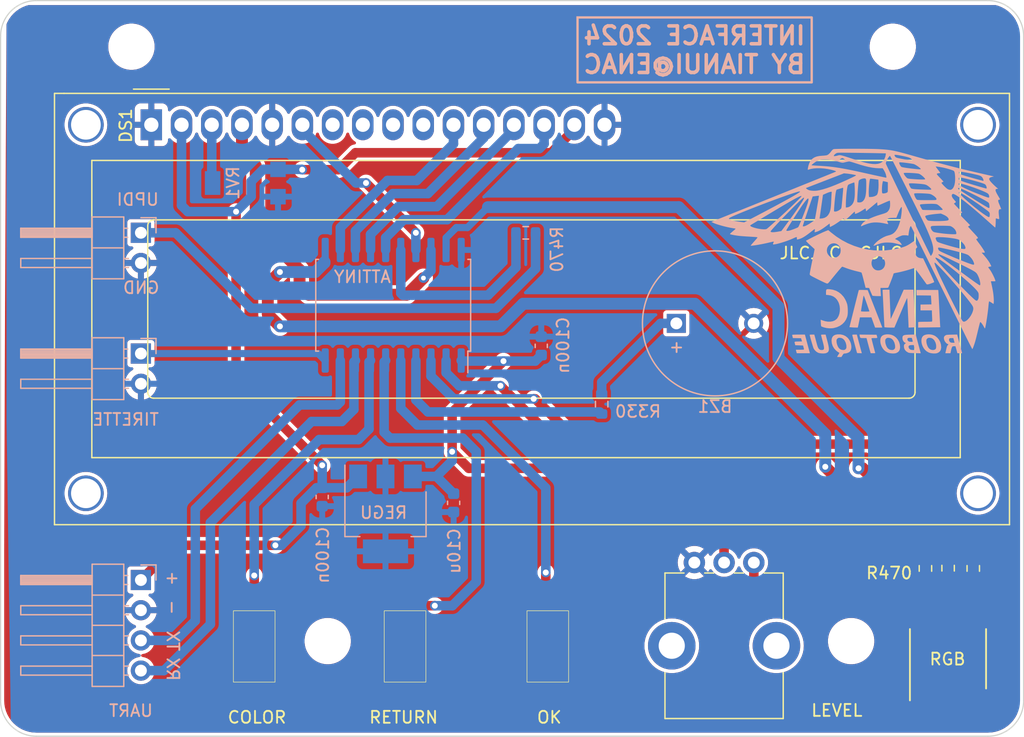
<source format=kicad_pcb>
(kicad_pcb (version 20240108) (generator "pcbnew") (generator_version "8.0")
  (layers (0 "F.Cu" signal) (31 "B.Cu" signal) (34 "B.Paste" user) (35 "F.Paste" user) (36 "B.SilkS" user "B.Silkscreen") (37 "F.SilkS" user "F.Silkscreen") (38 "B.Mask" user) (39 "F.Mask" user) (44 "Edge.Cuts" user))
  (net 0 "")
  (net 1 "Net-(BZ1--)")
  (net 2 "GND")
  (net 3 "+3.3V")
  (net 4 "GREEN")
  (net 5 "Net-(D2-RA)")
  (net 6 "BLUE")
  (net 7 "+5V")
  (net 8 "Net-(DS1-VO)")
  (net 9 "RS")
  (net 10 "E")
  (net 15 "D4")
  (net 16 "D5")
  (net 17 "D6")
  (net 18 "D7")
  (net 19 "TIRETTE")
  (net 20 "UART_Tx")
  (net 21 "UART_Rx")
  (net 22 "POTAR")
  (net 23 "COULEUR")
  (net 24 "B_IN")
  (net 25 "B_OUT")
  (net 26 "VBUZZ")
  (net 27 "RED")
  (net 28 "Net-(D2-BA)")
  (net 29 "Net-(D2-GA)")
  (net 30 "UPDI")
  (net 31 "Net-(U2-~{RESET}{slash}PA0)")
  (footprint "Resistor_SMD:R_0603_1608Metric" (layer "F.Cu") (at 156.746 123.8869 -90)
    (property "Reference" "R1" (hide yes))
    (property "Value" "470" (hide yes))
    (pad "1" smd roundrect (at -0.825 0 270) (size 0.8 0.95) (layers "F.Cu" "F.Paste" "F.Mask") (net 27 "RED"))
    (pad "2" smd roundrect (at 0.825 0 270) (size 0.8 0.95) (layers "F.Cu" "F.Paste" "F.Mask") (net 5 "Net-(D2-RA)"))
  )
  (footprint "Potentiometer_THT:Potentiometer_Bourns_PTV09A-1_Single_Vertical" (layer "F.Cu") (at 137.32 123.393 -90)
    (property "Reference" "RV2" (hide yes))
    (property "Value" "R_Potentiometer")
    (pad "" np_thru_hole circle (at 7 -6.9 270) (size 4 4) (drill 2.2) (layers "F&B.Cu" "*.Mask"))
    (pad "" np_thru_hole circle (at 7 1.9 270) (size 4 4) (drill 2.2) (layers "F&B.Cu" "*.Mask"))
    (pad "1" thru_hole circle (at 0 0 270) (size 1.8 1.8) (drill 1) (layers "*.Cu" "*.Mask") (net 2 "GND"))
    (pad "2" thru_hole circle (at 0 -2.5 270) (size 1.8 1.8) (drill 1) (layers "*.Cu" "*.Mask") (net 22 "POTAR"))
    (pad "3" thru_hole circle (at 0 -5 270) (size 1.8 1.8) (drill 1) (layers "*.Cu" "*.Mask") (net 3 "+3.3V"))
  )
  (footprint "MountingHole:MountingHole_3.2mm_M3" (layer "F.Cu") (at 90 80)
    (property "Reference" "H1" (hide yes))
    (property "Value" "MountingHole")
    (pad "" np_thru_hole circle (at 0 0) (size 3.2 3.2) (drill 3.2) (layers "*.Cu" "*.Mask"))
  )
  (footprint "Resistor_SMD:R_0603_1608Metric" (layer "F.Cu") (at 158.651 123.8669 -90)
    (property "Reference" "R2" (hide yes))
    (property "Value" "470" (hide yes))
    (pad "1" smd roundrect (at -0.825 0 270) (size 0.8 0.95) (layers "F.Cu" "F.Paste" "F.Mask") (net 4 "GREEN"))
    (pad "2" smd roundrect (at 0.825 0 270) (size 0.8 0.95) (layers "F.Cu" "F.Paste" "F.Mask") (net 29 "Net-(D2-GA)"))
  )
  (footprint "Resistor_SMD:R_0603_1608Metric" (layer "F.Cu") (at 160.766 123.8869 -90)
    (property "Reference" "R3" (hide yes))
    (property "Value" "470" (hide yes))
    (pad "1" smd roundrect (at -0.825 0 270) (size 0.8 0.95) (layers "F.Cu" "F.Paste" "F.Mask") (net 6 "BLUE"))
    (pad "2" smd roundrect (at 0.825 0 270) (size 0.8 0.95) (layers "F.Cu" "F.Paste" "F.Mask") (net 28 "Net-(D2-BA)"))
  )
  (footprint "ENAC_robotique:PLCC6_CLP6C-FKB" (layer "F.Cu") (at 158.6419 131.4869 90)
    (property "Reference" "D2" (hide yes))
    (property "Value" "LED_RGB")
    (pad "1" smd rect (at -2.54 -2.1 90) (size 2.5 1.4) (layers "F.Cu" "F.Paste" "F.Mask") (net 2 "GND"))
    (pad "2" smd rect (at -2.54 0 90) (size 2.5 1.4) (layers "F.Cu" "F.Paste" "F.Mask") (net 2 "GND"))
    (pad "3" smd rect (at -2.54 2.1 90) (size 2.5 1.4) (layers "F.Cu" "F.Paste" "F.Mask") (net 2 "GND"))
    (pad "4" smd rect (at 2.54 2.1 90) (size 2.5 1.4) (layers "F.Cu" "F.Paste" "F.Mask") (net 28 "Net-(D2-BA)"))
    (pad "5" smd rect (at 2.54 0 90) (size 2.5 1.4) (layers "F.Cu" "F.Paste" "F.Mask") (net 29 "Net-(D2-GA)"))
    (pad "6" smd rect (at 2.54 -2.1 90) (size 2.5 1.4) (layers "F.Cu" "F.Paste" "F.Mask") (net 5 "Net-(D2-RA)"))
  )
  (footprint "Display:WC1602A" (layer "F.Cu") (at 91.67052 86.5673)
    (property "Reference" "DS1" (at -2.14552 0.0687 90) (layer "F.SilkS") (effects (font (thickness 0.153))))
    (property "Value" "WC1602A")
    (pad "" thru_hole circle (at -5.4991 0) (size 3 3) (drill 2.5) (layers "*.Cu" "*.Mask"))
    (pad "" thru_hole circle (at -5.4991 31.0007) (size 3 3) (drill 2.5) (layers "*.Cu" "*.Mask"))
    (pad "" thru_hole circle (at 69.49948 31.0007) (size 3 3) (drill 2.5) (layers "*.Cu" "*.Mask"))
    (pad "" thru_hole circle (at 69.5 0) (size 3 3) (drill 2.5) (layers "*.Cu" "*.Mask"))
    (pad "1" thru_hole rect (at 0 0) (size 1.8 2.6) (drill 1.2) (layers "*.Cu" "*.Mask") (net 2 "GND"))
    (pad "2" thru_hole oval (at 2.54 0) (size 1.8 2.6) (drill 1.2) (layers "*.Cu" "*.Mask") (net 7 "+5V"))
    (pad "3" thru_hole oval (at 5.08 0) (size 1.8 2.6) (drill 1.2) (layers "*.Cu" "*.Mask") (net 8 "Net-(DS1-VO)"))
    (pad "4" thru_hole oval (at 7.62 0) (size 1.8 2.6) (drill 1.2) (layers "*.Cu" "*.Mask") (net 9 "RS"))
    (pad "5" thru_hole oval (at 10.16 0) (size 1.8 2.6) (drill 1.2) (layers "*.Cu" "*.Mask") (net 2 "GND"))
    (pad "6" thru_hole oval (at 12.7 0) (size 1.8 2.6) (drill 1.2) (layers "*.Cu" "*.Mask") (net 10 "E"))
    (pad "7" thru_hole oval (at 15.24 0) (size 1.8 2.6) (drill 1.2) (layers "*.Cu" "*.Mask"))
    (pad "8" thru_hole oval (at 17.78 0) (size 1.8 2.6) (drill 1.2) (layers "*.Cu" "*.Mask"))
    (pad "9" thru_hole oval (at 20.32 0) (size 1.8 2.6) (drill 1.2) (layers "*.Cu" "*.Mask"))
    (pad "10" thru_hole oval (at 22.86 0) (size 1.8 2.6) (drill 1.2) (layers "*.Cu" "*.Mask"))
    (pad "11" thru_hole oval (at 25.4 0) (size 1.8 2.6) (drill 1.2) (layers "*.Cu" "*.Mask") (net 15 "D4"))
    (pad "12" thru_hole oval (at 27.94 0) (size 1.8 2.6) (drill 1.2) (layers "*.Cu" "*.Mask") (net 16 "D5"))
    (pad "13" thru_hole oval (at 30.48 0) (size 1.8 2.6) (drill 1.2) (layers "*.Cu" "*.Mask") (net 17 "D6"))
    (pad "14" thru_hole oval (at 33.02 0) (size 1.8 2.6) (drill 1.2) (layers "*.Cu" "*.Mask") (net 18 "D7"))
    (pad "15" thru_hole oval (at 35.56 0) (size 1.8 2.6) (drill 1.2) (layers "*.Cu" "*.Mask") (net 7 "+5V"))
    (pad "16" thru_hole oval (at 38.1 0) (size 1.8 2.6) (drill 1.2) (layers "*.Cu" "*.Mask") (net 2 "GND"))
  )
  (footprint "ENAC_robotique:SWITCH_DTSM31NV" (layer "F.Cu") (at 113 130.45 -90)
    (property "Reference" "SW3" (hide yes))
    (property "Value" "SW_Push" (hide yes))
    (pad "1" smd rect (at -2.95 0 270) (size 2.5 1.6) (layers "F.Cu" "F.Paste" "F.Mask") (net 25 "B_OUT"))
    (pad "2" smd rect (at 2.95 0 270) (size 2.5 1.6) (layers "F.Cu" "F.Paste" "F.Mask") (net 2 "GND"))
  )
  (footprint "ENAC_robotique:SWITCH_DTSM31NV" (layer "F.Cu") (at 125 130.45 -90)
    (property "Reference" "SW1" (hide yes))
    (property "Value" "SW_DIP_x01" (hide yes))
    (pad "1" smd rect (at -2.95 0 270) (size 2.5 1.6) (layers "F.Cu" "F.Paste" "F.Mask") (net 24 "B_IN"))
    (pad "2" smd rect (at 2.95 0 270) (size 2.5 1.6) (layers "F.Cu" "F.Paste" "F.Mask") (net 2 "GND"))
  )
  (footprint "MountingHole:MountingHole_3.2mm_M3" (layer "F.Cu") (at 106.5 130)
    (property "Reference" "H3" (hide yes))
    (property "Value" "MountingHole")
    (pad "" np_thru_hole circle (at 0 0) (size 3.2 3.2) (drill 3.2) (layers "*.Cu" "*.Mask"))
  )
  (footprint "ENAC_robotique:SWITCH_DTSM31NV" (layer "F.Cu") (at 100.32 130.45 -90)
    (property "Reference" "SW2" (hide yes))
    (property "Value" "SW_Push" (hide yes))
    (pad "1" smd rect (at -2.95 0 270) (size 2.5 1.6) (layers "F.Cu" "F.Paste" "F.Mask") (net 23 "COULEUR"))
    (pad "2" smd rect (at 2.95 0 270) (size 2.5 1.6) (layers "F.Cu" "F.Paste" "F.Mask") (net 2 "GND"))
  )
  (footprint "MountingHole:MountingHole_3.2mm_M3" (layer "F.Cu") (at 154 80)
    (property "Reference" "H2" (hide yes))
    (property "Value" "MountingHole")
    (pad "" np_thru_hole circle (at 0 0) (size 3.2 3.2) (drill 3.2) (layers "*.Cu" "*.Mask"))
  )
  (footprint "MountingHole:MountingHole_3.2mm_M3" (layer "F.Cu") (at 150.5 130)
    (property "Reference" "H4" (hide yes))
    (property "Value" "MountingHole")
    (pad "" np_thru_hole circle (at 0 0) (size 3.2 3.2) (drill 3.2) (layers "*.Cu" "*.Mask"))
  )
  (footprint "Buzzer_Beeper:MagneticBuzzer_ProSignal_ABT-410-RC" (layer "B.Cu") (at 135.805 103.273)
    (property "Reference" "BZ1" (at 3.25 7 0) (layer "B.SilkS") (effects (font (thickness 0.153)) (justify mirror)))
    (property "Value" "Buzzer")
    (fp_text user "+" (at -0.052 2.032 90) (layer "B.SilkS") (effects (font (thickness 0.153)) (justify mirror)))
    (pad "1" thru_hole rect (at 0 0) (size 1.6 1.6) (drill 1) (layers "*.Cu" "*.Mask") (net 1 "Net-(BZ1--)"))
    (pad "2" thru_hole circle (at 6.5 0) (size 1.6 1.6) (drill 1) (layers "*.Cu" "*.Mask") (net 2 "GND"))
  )
  (footprint "Resistor_SMD:R_0603_1608Metric" (layer "B.Cu") (at 123.145 95.658)
    (property "Reference" "R4" (hide yes))
    (property "Value" "470")
    (pad "1" smd roundrect (at -0.825 0) (size 0.8 0.95) (layers "B.Cu" "B.Paste" "B.Mask") (net 31 "Net-(U2-~{RESET}{slash}PA0)"))
    (pad "2" smd roundrect (at 0.825 0) (size 0.8 0.95) (layers "B.Cu" "B.Paste" "B.Mask") (net 30 "UPDI"))
  )
  (footprint "Connector_PinHeader_2.54mm:PinHeader_1x02_P2.54mm_Horizontal" (layer "B.Cu") (at 90.795 105.813 180)
    (property "Reference" "J2" (hide yes))
    (property "Value" "Conn_01x02_Pin")
    (pad "1" thru_hole rect (at 0 0 180) (size 1.7 1.7) (drill 1) (layers "*.Cu" "*.Mask") (net 19 "TIRETTE"))
    (pad "2" thru_hole oval (at 0 -2.54 180) (size 1.7 1.7) (drill 1) (layers "*.Cu" "*.Mask") (net 2 "GND"))
  )
  (footprint "Capacitor_SMD:C_0603_1608Metric" (layer "B.Cu") (at 106.035 117.878 -90)
    (property "Reference" "C1" (hide yes))
    (property "Value" "100n")
    (pad "1" smd roundrect (at -0.775 0 270) (size 0.9 0.95) (layers "B.Cu" "B.Paste" "B.Mask") (net 7 "+5V"))
    (pad "2" smd roundrect (at 0.775 0 270) (size 0.9 0.95) (layers "B.Cu" "B.Paste" "B.Mask") (net 2 "GND"))
  )
  (footprint "Connector_PinHeader_2.54mm:PinHeader_1x02_P2.54mm_Horizontal" (layer "B.Cu") (at 90.795 95.653 180)
    (property "Reference" "J4" (hide yes))
    (property "Value" "Conn_01x02_Pin")
    (pad "1" thru_hole rect (at 0 0 180) (size 1.7 1.7) (drill 1) (layers "*.Cu" "*.Mask") (net 30 "UPDI"))
    (pad "2" thru_hole oval (at 0 -2.54 180) (size 1.7 1.7) (drill 1) (layers "*.Cu" "*.Mask") (net 2 "GND"))
  )
  (footprint "ENAC_robotique:logo_enac_moyen" (layer "B.Cu") (at 152.898 96.542 180)
    (property "Reference" "G***" (hide yes))
    (property "Value" "LOGO" (hide yes))
  )
  (footprint "Capacitor_SMD:C_0603_1608Metric" (layer "B.Cu") (at 117.084 118.373 -90)
    (property "Reference" "C2" (hide yes))
    (property "Value" "10µ")
    (pad "1" smd roundrect (at -0.775 0 270) (size 0.9 0.95) (layers "B.Cu" "B.Paste" "B.Mask") (net 3 "+3.3V"))
    (pad "2" smd roundrect (at 0.775 0 270) (size 0.9 0.95) (layers "B.Cu" "B.Paste" "B.Mask") (net 2 "GND"))
  )
  (footprint "Resistor_SMD:R_0603_1608Metric" (layer "B.Cu") (at 129.53 110.068 90)
    (property "Reference" "R_Buzz1" (hide yes))
    (property "Value" "330")
    (pad "1" smd roundrect (at -0.825 0 90) (size 0.8 0.95) (layers "B.Cu" "B.Paste" "B.Mask") (net 26 "VBUZZ"))
    (pad "2" smd roundrect (at 0.825 0 90) (size 0.8 0.95) (layers "B.Cu" "B.Paste" "B.Mask") (net 1 "Net-(BZ1--)"))
  )
  (footprint "Package_SO:SOIC-20W_7.5x12.8mm_P1.27mm" (layer "B.Cu") (at 112.004 101.749 90)
    (property "Reference" "U2" (hide yes))
    (property "Value" "ATtiny1616-S")
    (pad "1" smd roundrect (at -4.65 5.715 90) (size 2.05 0.6) (layers "B.Cu" "B.Paste" "B.Mask") (net 3 "+3.3V"))
    (pad "2" smd roundrect (at -4.65 4.445 90) (size 2.05 0.6) (layers "B.Cu" "B.Paste" "B.Mask") (net 22 "POTAR"))
    (pad "3" smd roundrect (at -4.65 3.175 90) (size 2.05 0.6) (layers "B.Cu" "B.Paste" "B.Mask") (net 6 "BLUE"))
    (pad "4" smd roundrect (at -4.65 1.905 90) (size 2.05 0.6) (layers "B.Cu" "B.Paste" "B.Mask") (net 26 "VBUZZ"))
    (pad "5" smd roundrect (at -4.65 0.635 90) (size 2.05 0.6) (layers "B.Cu" "B.Paste" "B.Mask") (net 24 "B_IN"))
    (pad "6" smd roundrect (at -4.65 -0.635 90) (size 2.05 0.6) (layers "B.Cu" "B.Paste" "B.Mask") (net 25 "B_OUT"))
    (pad "7" smd roundrect (at -4.65 -1.905 90) (size 2.05 0.6) (layers "B.Cu" "B.Paste" "B.Mask") (net 23 "COULEUR"))
    (pad "8" smd roundrect (at -4.65 -3.175 90) (size 2.05 0.6) (layers "B.Cu" "B.Paste" "B.Mask") (net 21 "UART_Rx"))
    (pad "9" smd roundrect (at -4.65 -4.445 90) (size 2.05 0.6) (layers "B.Cu" "B.Paste" "B.Mask") (net 20 "UART_Tx"))
    (pad "10" smd roundrect (at -4.65 -5.715 90) (size 2.05 0.6) (layers "B.Cu" "B.Paste" "B.Mask") (net 19 "TIRETTE"))
    (pad "11" smd roundrect (at 4.65 -5.715 90) (size 2.05 0.6) (layers "B.Cu" "B.Paste" "B.Mask") (net 27 "RED"))
    (pad "12" smd roundrect (at 4.65 -4.445 90) (size 2.05 0.6) (layers "B.Cu" "B.Paste" "B.Mask") (net 15 "D4"))
    (pad "13" smd roundrect (at 4.65 -3.175 90) (size 2.05 0.6) (layers "B.Cu" "B.Paste" "B.Mask") (net 16 "D5"))
    (pad "14" smd roundrect (at 4.65 -1.905 90) (size 2.05 0.6) (layers "B.Cu" "B.Paste" "B.Mask") (net 17 "D6"))
    (pad "15" smd roundrect (at 4.65 -0.635 90) (size 2.05 0.6) (layers "B.Cu" "B.Paste" "B.Mask") (net 18 "D7"))
    (pad "16" smd roundrect (at 4.65 0.635 90) (size 2.05 0.6) (layers "B.Cu" "B.Paste" "B.Mask") (net 31 "Net-(U2-~{RESET}{slash}PA0)"))
    (pad "17" smd roundrect (at 4.65 1.905 90) (size 2.05 0.6) (layers "B.Cu" "B.Paste" "B.Mask") (net 10 "E"))
    (pad "18" smd roundrect (at 4.65 3.175 90) (size 2.05 0.6) (layers "B.Cu" "B.Paste" "B.Mask") (net 9 "RS"))
    (pad "19" smd roundrect (at 4.65 4.445 90) (size 2.05 0.6) (layers "B.Cu" "B.Paste" "B.Mask") (net 4 "GREEN"))
    (pad "20" smd roundrect (at 4.65 5.715 90) (size 2.05 0.6) (layers "B.Cu" "B.Paste" "B.Mask") (net 2 "GND"))
  )
  (footprint "Package_TO_SOT_SMD:SOT-223-3_TabPin2" (layer "B.Cu") (at 111.355 119.3 -90)
    (property "Reference" "U1" (hide yes))
    (property "Value" "3V3 reg")
    (pad "1" smd rect (at -3.15 2.3 270) (size 2 1.5) (layers "B.Cu" "B.Paste" "B.Mask") (net 7 "+5V"))
    (pad "2" smd rect (at -3.15 0 270) (size 2 1.5) (layers "B.Cu" "B.Paste" "B.Mask") (net 2 "GND"))
    (pad "2" smd rect (at 3.15 0 270) (size 2 3.8) (layers "B.Cu" "B.Paste" "B.Mask") (net 2 "GND"))
    (pad "3" smd rect (at -3.15 -2.3 270) (size 2 1.5) (layers "B.Cu" "B.Paste" "B.Mask") (net 3 "+3.3V"))
  )
  (footprint "Capacitor_SMD:C_0603_1608Metric" (layer "B.Cu") (at 124.45 105.165 -90)
    (property "Reference" "C3" (hide yes))
    (property "Value" "100n")
    (pad "1" smd roundrect (at -0.775 0 270) (size 0.9 0.95) (layers "B.Cu" "B.Paste" "B.Mask") (net 2 "GND"))
    (pad "2" smd roundrect (at 0.775 0 270) (size 0.9 0.95) (layers "B.Cu" "B.Paste" "B.Mask") (net 3 "+3.3V"))
  )
  (footprint "ENAC_robotique:TS53YL" (layer "B.Cu") (at 99.82 91.468 -90)
    (property "Reference" "RV1" (at -0.006 1.278 90) (layer "B.SilkS") (effects (font (thickness 0.153)) (justify mirror)))
    (property "Value" "R_Potentiometer")
    (pad "1" smd rect (at 1.15 -2.5 270) (size 1.3 1.3) (layers "B.Cu" "B.Paste" "B.Mask") (net 2 "GND"))
    (pad "2" smd rect (at 0 3 270) (size 2 1.3) (layers "B.Cu" "B.Paste" "B.Mask") (net 8 "Net-(DS1-VO)"))
    (pad "3" smd rect (at -1.15 -2.5 270) (size 1.3 1.3) (layers "B.Cu" "B.Paste" "B.Mask") (net 7 "+5V"))
  )
  (footprint "Connector_PinHeader_2.54mm:PinHeader_1x04_P2.54mm_Horizontal" (layer "B.Cu") (at 90.795 124.863 180)
    (property "Reference" "J3" (hide yes))
    (property "Value" "Conn_01x04_Pin")
    (pad "1" thru_hole rect (at 0 0 180) (size 1.7 1.7) (drill 1) (layers "*.Cu" "*.Mask") (net 7 "+5V"))
    (pad "2" thru_hole oval (at 0 -2.54 180) (size 1.7 1.7) (drill 1) (layers "*.Cu" "*.Mask") (net 2 "GND"))
    (pad "3" thru_hole oval (at 0 -5.08 180) (size 1.7 1.7) (drill 1) (layers "*.Cu" "*.Mask") (net 20 "UART_Tx"))
    (pad "4" thru_hole oval (at 0 -7.62 180) (size 1.7 1.7) (drill 1) (layers "*.Cu" "*.Mask") (net 21 "UART_Rx"))
  )
  (gr_rect (start 127.5 77.539) (end 147.185 83) (stroke (width 0.2)) (fill none) (layer "B.SilkS"))
  (gr_line (start 82 138) (end 162 138) (stroke (width 0.1)) (layer "Edge.Cuts"))
  (gr_arc (start 82 138) (mid 79.87868 137.12132) (end 79 135) (stroke (width 0.1)) (layer "Edge.Cuts"))
  (gr_arc (start 162 76.12132) (mid 164.12132 77) (end 165 79.12132) (stroke (width 0.1)) (layer "Edge.Cuts"))
  (gr_arc (start 79 79.12132) (mid 79.87868 77) (end 82 76.12132) (stroke (width 0.1)) (layer "Edge.Cuts"))
  (gr_line (start 79 135) (end 79 79.12132) (stroke (width 0.1)) (layer "Edge.Cuts"))
  (gr_line (start 165 79.12132) (end 165 135) (stroke (width 0.1)) (layer "Edge.Cuts"))
  (gr_arc (start 165 135) (mid 164.12132 137.12132) (end 162 138) (stroke (width 0.1)) (layer "Edge.Cuts"))
  (gr_line (start 162 76.12132) (end 82 76.12132) (stroke (width 0.1)) (layer "Edge.Cuts"))
  (gr_text "TIRETTE" (at 92.395 111.943 0) (layer "B.SilkS") (effects (font (size 1 1) (thickness 0.153)) (justify left bottom mirror)))
  (gr_text "C100n" (at 126.863 102.638 90) (layer "B.SilkS") (effects (font (size 1 1) (thickness 0.153)) (justify left bottom mirror)))
  (gr_text "C100n" (at 106.67 120.291 90) (layer "B.SilkS") (effects (font (size 1 1) (thickness 0.153)) (justify left bottom mirror)))
  (gr_text "REGU" (at 113.274 119.783 -0) (layer "B.SilkS") (effects (font (size 1 1) (thickness 0.153)) (justify left bottom mirror)))
  (gr_text "R330" (at 134.61 111.274 -0) (layer "B.SilkS") (effects (font (size 1 1) (thickness 0.153)) (justify left bottom mirror)))
  (gr_text "INTERFACE 2024\nBY TIANUI@ENAC" (at 146.804 82.365 0) (layer "B.SilkS") (effects (font (size 1.5 1.5) (thickness 0.3) (bold yes)) (justify left bottom mirror)))
  (gr_text "C10u" (at 117.719 120.418 90) (layer "B.SilkS") (effects (font (size 1 1) (thickness 0.153)) (justify left bottom mirror)))
  (gr_text "GND" (at 92.446 100.86 0) (layer "B.SilkS") (effects (font (size 1 1) (thickness 0.153)) (justify left bottom mirror)))
  (gr_text "RX" (at 92.895 133.443 -90) (layer "B.SilkS") (effects (font (size 1 1) (thickness 0.153)) (justify left bottom mirror)))
  (gr_text "UART\n" (at 91.895 136.443 0) (layer "B.SilkS") (effects (font (size 1 1) (thickness 0.153)) (justify left bottom mirror)))
  (gr_text "UPDI" (at 92.395 93.443 0) (layer "B.SilkS") (effects (font (size 1 1) (thickness 0.153)) (justify left bottom mirror)))
  (gr_text "+" (at 92.895 125.443 -90) (layer "B.SilkS") (effects (font (size 1 1) (thickness 0.153)) (justify left bottom mirror)))
  (gr_text "R470" (at 126.355 95.018 90) (layer "B.SilkS") (effects (font (size 1 1) (thickness 0.153)) (justify left bottom mirror)))
  (gr_text "-" (at 93.895 126.443 90) (layer "B.SilkS") (effects (font (size 1 1) (thickness 0.153)) (justify left bottom mirror)))
  (gr_text "ATTINY" (at 111.895 99.943 0) (layer "B.SilkS") (effects (font (size 1 1) (thickness 0.153)) (justify left bottom mirror)))
  (gr_text "TX" (at 92.895 130.943 -90) (layer "B.SilkS") (effects (font (size 1 1) (thickness 0.153)) (justify left bottom mirror)))
  (gr_text "RETURN" (at 109.895 137 0) (layer "F.SilkS") (effects (font (size 1 1) (thickness 0.153)) (justify left bottom)))
  (gr_text "R470" (at 151.666 124.863 0) (layer "F.SilkS") (effects (font (size 1 1) (thickness 0.153)) (justify left bottom)))
  (gr_text "LEVEL" (at 147.056 136.42 0) (layer "F.SilkS") (effects (font (size 1 1) (thickness 0.153)) (justify left bottom)))
  (gr_text "JLCJLCJLCJLC" (at 144.395 97.943 0) (layer "F.SilkS") (effects (font (size 1 1) (thickness 0.153)) (justify left bottom)))
  (gr_text "RGB" (at 157 132.102 -0) (layer "F.SilkS") (effects (font (size 1 1) (thickness 0.153)) (justify left bottom)))
  (gr_text "COLOR" (at 98 137 0) (layer "F.SilkS") (effects (font (size 1 1) (thickness 0.153)) (justify left bottom)))
  (gr_text "OK" (at 124 137 0) (layer "F.SilkS") (effects (font (size 1 1) (thickness 0.153)) (justify left bottom)))
  (segment (start 129.53 109.243) (end 129.53 108.226) (width 0.8) (layer "B.Cu") (net 1))
  (segment (start 129.53 108.226) (end 134.483 103.273) (width 0.8) (layer "B.Cu") (net 1))
  (segment (start 134.483 103.273) (end 135.805 103.273) (width 0.8) (layer "B.Cu") (net 1))
  (segment (start 125.466 115.465) (end 118.354 115.465) (width 0.8) (layer "F.Cu") (net 3))
  (segment (start 118.354 115.465) (end 116.957 114.068) (width 0.8) (layer "F.Cu") (net 3))
  (segment (start 116.957 110.766) (end 116.957 114.068) (width 0.8) (layer "F.Cu") (net 3))
  (segment (start 116.957 110.766) (end 121.275 106.448) (width 0.8) (layer "F.Cu") (net 3))
  (segment (start 141.595 126.514) (end 136.515 126.514) (width 0.8) (layer "F.Cu") (net 3))
  (segment (start 142.32 125.789) (end 141.595 126.514) (width 0.8) (layer "F.Cu") (net 3))
  (segment (start 136.515 126.514) (end 125.466 115.465) (width 0.8) (layer "F.Cu") (net 3))
  (segment (start 142.32 123.393) (end 142.32 125.789) (width 0.8) (layer "F.Cu") (net 3))
  (via (at 116.957 114.068) (size 0.8) (drill 0.5) (layers "F.Cu" "B.Cu") (net 3))
  (via (at 121.275 106.448) (size 0.8) (drill 0.5) (layers "F.Cu" "B.Cu") (net 3))
  (segment (start 123.942 106.448) (end 124.45 105.94) (width 0.8) (layer "B.Cu") (net 3))
  (segment (start 115.636 116.15) (end 117.084 117.598) (width 0.8) (layer "B.Cu") (net 3))
  (segment (start 121.275 106.448) (end 117.768 106.448) (width 0.8) (layer "B.Cu") (net 3))
  (segment (start 116.957 114.829) (end 115.636 116.15) (width 0.8) (layer "B.Cu") (net 3))
  (segment (start 121.275 106.448) (end 123.942 106.448) (width 0.8) (layer "B.Cu") (net 3))
  (segment (start 116.957 114.068) (end 116.957 114.829) (width 0.8) (layer "B.Cu") (net 3))
  (segment (start 113.655 116.15) (end 115.636 116.15) (width 0.8) (layer "B.Cu") (net 3))
  (segment (start 117.768 106.448) (end 117.719 106.399) (width 0.8) (layer "B.Cu") (net 3))
  (segment (start 151.12 115.465) (end 151.465 115.465) (width 1) (layer "F.Cu") (net 4))
  (segment (start 158.651 122.651) (end 158.651 123.0419) (width 1) (layer "F.Cu") (net 4))
  (segment (start 151.465 115.465) (end 158.651 122.651) (width 1) (layer "F.Cu") (net 4))
  (via (at 151.12 115.465) (size 0.8) (drill 0.5) (layers "F.Cu" "B.Cu") (net 4))
  (segment (start 116.449 97.099) (end 116.449 96.074001) (width 0.6) (layer "B.Cu") (net 4))
  (segment (start 117.31 95.213001) (end 118.248339 95.213001) (width 0.6) (layer "B.Cu") (net 4))
  (segment (start 151.12 112.925) (end 144.389 106.194) (width 1) (layer "B.Cu") (net 4))
  (segment (start 118.248339 95.213001) (end 119.96734 93.494) (width 0.6) (layer "B.Cu") (net 4))
  (segment (start 116.449 96.074001) (end 117.31 95.213001) (width 0.6) (layer "B.Cu") (net 4))
  (segment (start 144.389 106.194) (end 144.389 101.876) (width 1) (layer "B.Cu") (net 4))
  (segment (start 136.007 93.494) (end 119.96734 93.494) (width 1) (layer "B.Cu") (net 4))
  (segment (start 151.12 115.465) (end 151.12 112.925) (width 1) (layer "B.Cu") (net 4))
  (segment (start 144.389 101.876) (end 136.007 93.494) (width 1) (layer "B.Cu") (net 4))
  (segment (start 156.746 124.7119) (end 156.746 128.7428) (width 0.8) (layer "F.Cu") (net 5))
  (segment (start 156.746 128.7428) (end 156.5419 128.9469) (width 0.8) (layer "F.Cu") (net 5))
  (segment (start 123.942 109.623) (end 123.815 109.623) (width 0.8) (layer "F.Cu") (net 6))
  (segment (start 127.752 113.433) (end 123.942 109.623) (width 0.8) (layer "F.Cu") (net 6))
  (segment (start 152.136 113.433) (end 127.752 113.433) (width 0.8) (layer "F.Cu") (net 6))
  (segment (start 160.766 122.063) (end 160.766 123.0619) (width 0.8) (layer "F.Cu") (net 6))
  (segment (start 152.136 113.433) (end 160.766 122.063) (width 0.8) (layer "F.Cu") (net 6))
  (via (at 123.815 109.623) (size 0.8) (drill 0.5) (layers "F.Cu" "B.Cu") (net 6))
  (segment (start 115.179 107.709633) (end 117.092367 109.623) (width 0.8) (layer "B.Cu") (net 6))
  (segment (start 117.092367 109.623) (end 123.815 109.623) (width 0.8) (layer "B.Cu") (net 6))
  (segment (start 115.179 106.399) (end 115.179 107.709633) (width 0.8) (layer "B.Cu") (net 6))
  (segment (start 107.404053 90.346947) (end 108.829 88.922) (width 0.8) (layer "F.Cu") (net 7))
  (segment (start 102.098 121.942) (end 93.716 121.942) (width 0.8) (layer "F.Cu") (net 7))
  (segment (start 125.27582 88.922) (end 127.23052 86.9673) (width 0.8) (layer "F.Cu") (net 7))
  (segment (start 108.829 88.922) (end 125.27582 88.922) (width 0.8) (layer "F.Cu") (net 7))
  (segment (start 104.356053 90.346947) (end 107.404053 90.346947) (width 0.8) (layer "F.Cu") (net 7))
  (segment (start 98.796 93.875) (end 98.796 107.972) (width 0.8) (layer "F.Cu") (net 7))
  (segment (start 98.796 107.972) (end 106.035 115.211) (width 0.8) (layer "F.Cu") (net 7))
  (segment (start 93.716 121.942) (end 90.795 124.863) (width 0.8) (layer "F.Cu") (net 7))
  (segment (start 127.23052 86.9673) (end 127.23052 86.5673) (width 0.8) (layer "F.Cu") (net 7))
  (via (at 104.356053 90.346947) (size 0.8) (drill 0.5) (layers "F.Cu" "B.Cu") (net 7))
  (via (at 102.098 121.942) (size 0.8) (drill 0.5) (layers "F.Cu" "B.Cu") (net 7))
  (via (at 106.035 115.211) (size 0.8) (drill 0.5) (layers "F.Cu" "B.Cu") (net 7))
  (via (at 98.796 93.875) (size 0.8) (drill 0.5) (layers "F.Cu" "B.Cu") (net 7))
  (segment (start 94.21052 93.35352) (end 94.732 93.875) (width 0.8) (layer "B.Cu") (net 7))
  (segment (start 100.066 92.605) (end 100.066 91.335) (width 0.8) (layer "B.Cu") (net 7))
  (segment (start 108.102 117.103) (end 109.055 116.15) (width 0.8) (layer "B.Cu") (net 7))
  (segment (start 104.257 118.406) (end 104.257 120.291) (width 0.8) (layer "B.Cu") (net 7))
  (segment (start 102.606 121.942) (end 102.098 121.942) (width 0.8) (layer "B.Cu") (net 7))
  (segment (start 127.23052 86.5673) (end 127.23052 86.9673) (width 0.8) (layer "B.Cu") (net 7))
  (segment (start 106.035 117.103) (end 105.56 117.103) (width 0.8) (layer "B.Cu") (net 7))
  (segment (start 102.32 90.318) (end 104.327106 90.318) (width 0.8) (layer "B.Cu") (net 7))
  (segment (start 101.083 90.318) (end 102.32 90.318) (width 0.8) (layer "B.Cu") (net 7))
  (segment (start 94.732 93.875) (end 98.796 93.875) (width 0.8) (layer "B.Cu") (net 7))
  (segment (start 98.796 93.875) (end 100.066 92.605) (width 0.8) (layer "B.Cu") (net 7))
  (segment (start 127.244 86.58078) (end 127.23052 86.5673) (width 0.8) (layer "B.Cu") (net 7))
  (segment (start 100.066 91.335) (end 101.083 90.318) (width 0.8) (layer "B.Cu") (net 7))
  (segment (start 105.56 117.103) (end 104.257 118.406) (width 0.8) (layer "B.Cu") (net 7))
  (segment (start 94.21052 86.5673) (end 94.21052 93.35352) (width 0.8) (layer "B.Cu") (net 7))
  (segment (start 106.035 117.103) (end 108.102 117.103) (width 0.8) (layer "B.Cu") (net 7))
  (segment (start 106.035 115.211) (end 106.035 117.103) (width 0.8) (layer "B.Cu") (net 7))
  (segment (start 104.327106 90.318) (end 104.356053 90.346947) (width 0.8) (layer "B.Cu") (net 7))
  (segment (start 104.257 120.291) (end 102.606 121.942) (width 0.8) (layer "B.Cu") (net 7))
  (segment (start 96.75052 91.39852) (end 96.82 91.468) (width 0.8) (layer "B.Cu") (net 8))
  (segment (start 96.75052 86.5673) (end 96.75052 91.39852) (width 0.8) (layer "B.Cu") (net 8))
  (segment (start 114.544 99.463) (end 113.147 100.86) (width 1) (layer "F.Cu") (net 9))
  (segment (start 100.447 95.084522) (end 100.447 90.02378) (width 1) (layer "F.Cu") (net 9))
  (segment (start 104.13 98.767522) (end 100.447 95.084522) (width 1) (layer "F.Cu") (net 9))
  (segment (start 104.13 100.098) (end 104.13 98.767522) (width 1) (layer "F.Cu") (net 9))
  (segment (start 113.147 100.86) (end 104.892 100.86) (width 1) (layer "F.Cu") (net 9))
  (segment (start 104.892 100.86) (end 104.13 100.098) (width 1) (layer "F.Cu") (net 9))
  (segment (start 99.29052 88.8673) (end 99.29052 86.5673) (width 1) (layer "F.Cu") (net 9))
  (segment (start 100.447 90.02378) (end 99.29052 88.8673) (width 1) (layer "F.Cu") (net 9))
  (via (at 114.544 99.463) (size 0.8) (drill 0.4) (layers "F.Cu" "B.Cu") (net 9))
  (segment (start 115.179 98.828) (end 114.544 99.463) (width 0.8) (layer "B.Cu") (net 9))
  (segment (start 99.29052 86.831463) (end 99.29052 86.5673) (width 1) (layer "B.Cu") (net 9))
  (segment (start 115.179 97.099) (end 115.179 98.828) (width 0.8) (layer "B.Cu") (net 9))
  (segment (start 113.909 95.653) (end 109.718 91.462) (width 0.8) (layer "F.Cu") (net 10))
  (via (at 113.909 95.653) (size 0.8) (drill 0.5) (layers "F.Cu" "B.Cu") (net 10))
  (via (at 109.718 91.462) (size 0.8) (drill 0.5) (layers "F.Cu" "B.Cu") (net 10))
  (segment (start 104.37052 86.5673) (end 104.37052 86.9673) (width 0.8) (layer "B.Cu") (net 10))
  (segment (start 113.909 97.099) (end 113.909 95.653) (width 0.8) (layer "B.Cu") (net 10))
  (segment (start 108.86522 91.462) (end 109.718 91.462) (width 0.8) (layer "B.Cu") (net 10))
  (segment (start 104.37052 86.9673) (end 108.86522 91.462) (width 0.8) (layer "B.Cu") (net 10))
  (segment (start 111.523099 91.253) (end 113.991 91.253) (width 0.8) (layer "B.Cu") (net 15))
  (segment (start 117.07052 86.5673) (end 117.07052 88.17348) (width 0.8) (layer "B.Cu") (net 15))
  (segment (start 107.559 95.217099) (end 111.523099 91.253) (width 0.8) (layer "B.Cu") (net 15))
  (segment (start 107.559 97.099) (end 107.559 95.217099) (width 0.8) (layer "B.Cu") (net 15))
  (segment (start 117.07052 88.17348) (end 113.991 91.253) (width 0.8) (layer "B.Cu") (net 15))
  (segment (start 108.829 95.502733) (end 111.978733 92.353) (width 0.8) (layer "B.Cu") (net 16))
  (segment (start 119.61052 86.5673) (end 119.61052 87.66548) (width 0.8) (layer "B.Cu") (net 16))
  (segment (start 119.61052 87.66548) (end 114.923 92.353) (width 0.8) (layer "B.Cu") (net 16))
  (segment (start 108.829 97.099) (end 108.829 95.502733) (width 0.8) (layer "B.Cu") (net 16))
  (segment (start 111.978733 92.353) (end 114.923 92.353) (width 0.8) (layer "B.Cu") (net 16))
  (segment (start 112.434367 93.453) (end 115.66482 93.453) (width 0.8) (layer "B.Cu") (net 17))
  (segment (start 110.099 95.788367) (end 112.434367 93.453) (width 0.8) (layer "B.Cu") (net 17))
  (segment (start 110.099 97.099) (end 110.099 95.788367) (width 0.8) (layer "B.Cu") (net 17))
  (segment (start 122.15052 86.9673) (end 115.66482 93.453) (width 0.8) (layer "B.Cu") (net 17))
  (segment (start 122.15052 86.5673) (end 122.15052 86.9673) (width 0.8) (layer "B.Cu") (net 17))
  (segment (start 122.5187 88.5673) (end 124.2967 88.5673) (width 0.8) (layer "B.Cu") (net 18))
  (segment (start 124.69052 88.17348) (end 124.69052 86.5673) (width 0.8) (layer "B.Cu") (net 18))
  (segment (start 111.369 97.099) (end 111.369 96.074001) (width 0.8) (layer "B.Cu") (net 18))
  (segment (start 116.533 94.553) (end 122.5187 88.5673) (width 0.8) (layer "B.Cu") (net 18))
  (segment (start 112.890001 94.553) (end 116.533 94.553) (width 0.8) (layer "B.Cu") (net 18))
  (segment (start 124.2967 88.5673) (end 124.69052 88.17348) (width 0.8) (layer "B.Cu") (net 18))
  (segment (start 111.369 96.074001) (end 112.890001 94.553) (width 0.8) (layer "B.Cu") (net 18))
  (segment (start 105.703 105.813) (end 106.289 106.399) (width 0.6) (layer "B.Cu") (net 19))
  (segment (start 90.795 105.813) (end 105.703 105.813) (width 0.6) (layer "B.Cu") (net 19))
  (segment (start 107.305 110.131) (end 104.13 110.131) (width 0.8) (layer "B.Cu") (net 20))
  (segment (start 107.559 106.399) (end 107.559 109.877) (width 0.8) (layer "B.Cu") (net 20))
  (segment (start 95.367 128.292) (end 95.367 118.894) (width 0.8) (layer "B.Cu") (net 20))
  (segment (start 93.716 129.943) (end 90.795 129.943) (width 0.8) (layer "B.Cu") (net 20))
  (segment (start 95.367 128.292) (end 93.716 129.943) (width 0.8) (layer "B.Cu") (net 20))
  (segment (start 104.13 110.131) (end 95.367 118.894) (width 0.8) (layer "B.Cu") (net 20))
  (segment (start 107.559 109.877) (end 107.305 110.131) (width 0.8) (layer "B.Cu") (net 20))
  (segment (start 96.637 128.577635) (end 96.637 120.037) (width 0.8) (layer "B.Cu") (net 21))
  (segment (start 105.146 111.528) (end 96.637 120.037) (width 0.8) (layer "B.Cu") (net 21))
  (segment (start 92.731635 132.483) (end 96.637 128.577635) (width 0.8) (layer "B.Cu") (net 21))
  (segment (start 107.686 111.528) (end 105.146 111.528) (width 0.8) (layer "B.Cu") (net 21))
  (segment (start 90.795 132.483) (end 92.731635 132.483) (width 0.8) (layer "B.Cu") (net 21))
  (segment (start 108.702 106.526) (end 108.702 110.512) (width 0.8) (layer "B.Cu") (net 21))
  (segment (start 108.829 106.399) (end 108.702 106.526) (width 0.8) (layer "B.Cu") (net 21))
  (segment (start 108.702 110.512) (end 107.686 111.528) (width 0.8) (layer "B.Cu") (net 21))
  (segment (start 139.817 123.39) (end 139.82 123.393) (width 0.8) (layer "F.Cu") (net 22))
  (segment (start 138.547 115.719) (end 139.817 116.989) (width 0.8) (layer "F.Cu") (net 22))
  (segment (start 139.817 116.989) (end 139.817 123.39) (width 0.8) (layer "F.Cu") (net 22))
  (segment (start 128.217 115.719) (end 138.547 115.719) (width 0.8) (layer "F.Cu") (net 22))
  (segment (start 121.021 108.523) (end 128.217 115.719) (width 0.8) (layer "F.Cu") (net 22))
  (via (at 121.021 108.523) (size 0.8) (drill 0.5) (layers "F.Cu" "B.Cu") (net 22))
  (segment (start 117.548001 108.523) (end 121.021 108.523) (width 0.8) (layer "B.Cu") (net 22))
  (segment (start 116.449 107.423999) (end 117.548001 108.523) (width 0.8) (layer "B.Cu") (net 22))
  (segment (start 116.449 106.399) (end 116.449 107.423999) (width 0.8) (layer "B.Cu") (net 22))
  (segment (start 100.32 124.482) (end 100.32 127.5) (width 0.8) (layer "F.Cu") (net 23))
  (via (at 100.32 124.482) (size 0.8) (drill 0.5) (layers "F.Cu" "B.Cu") (net 23))
  (segment (start 109.972 106.526) (end 109.972 112.163) (width 0.8) (layer "B.Cu") (net 23))
  (segment (start 105.781 113.052) (end 100.32 118.513) (width 0.8) (layer "B.Cu") (net 23))
  (segment (start 109.972 112.163) (end 109.083 113.052) (width 0.8) (layer "B.Cu") (net 23))
  (segment (start 100.32 118.513) (end 100.32 124.482) (width 0.8) (layer "B.Cu") (net 23))
  (segment (start 109.083 113.052) (end 105.781 113.052) (width 0.8) (layer "B.Cu") (net 23))
  (segment (start 110.099 106.399) (end 109.972 106.526) (width 0.8) (layer "B.Cu") (net 23))
  (segment (start 124.831 124.228) (end 124.831 127.331) (width 0.8) (layer "F.Cu") (net 24))
  (segment (start 124.831 127.331) (end 125 127.5) (width 0.8) (layer "F.Cu") (net 24))
  (via (at 124.831 124.228) (size 0.8) (drill 0.5) (layers "F.Cu" "B.Cu") (net 24))
  (segment (start 124.831 117.116) (end 124.831 124.228) (width 0.8) (layer "B.Cu") (net 24))
  (segment (start 112.639 106.399) (end 112.639 110.428) (width 0.8) (layer "B.Cu") (net 24))
  (segment (start 119.54 111.825) (end 124.831 117.116) (width 0.8) (layer "B.Cu") (net 24))
  (segment (start 112.639 110.428) (end 114.036 111.825) (width 0.8) (layer "B.Cu") (net 24))
  (segment (start 114.036 111.825) (end 119.54 111.825) (width 0.8) (layer "B.Cu") (net 24))
  (segment (start 115.5 127.022) (end 113.478 127.022) (width 0.8) (layer "F.Cu") (net 25))
  (segment (start 113.478 127.022) (end 113 127.5) (width 0.8) (layer "F.Cu") (net 25))
  (via (at 115.5 127.022) (size 0.8) (drill 0.5) (layers "F.Cu" "B.Cu") (net 25))
  (segment (start 116.978 127.022) (end 115.5 127.022) (width 0.8) (layer "B.Cu") (net 25))
  (segment (start 111.242 112.43) (end 111.737 112.925) (width 0.8) (layer "B.Cu") (net 25))
  (segment (start 118.989 125.011) (end 116.978 127.022) (width 0.8) (layer "B.Cu") (net 25))
  (segment (start 117.846 112.925) (end 118.989 114.068) (width 0.8) (layer "B.Cu") (net 25))
  (segment (start 118.989 114.068) (end 118.989 125.011) (width 0.8) (layer "B.Cu") (net 25))
  (segment (start 111.369 106.399) (end 111.242 106.526) (width 0.8) (layer "B.Cu") (net 25))
  (segment (start 111.242 106.526) (end 111.242 112.43) (width 0.8) (layer "B.Cu") (net 25))
  (segment (start 111.737 112.925) (end 117.846 112.925) (width 0.8) (layer "B.Cu") (net 25))
  (segment (start 114.925 110.725) (end 129.362 110.725) (width 0.8) (layer "B.Cu") (net 26))
  (segment (start 113.909 109.709) (end 114.925 110.725) (width 0.8) (layer "B.Cu") (net 26))
  (segment (start 129.362 110.725) (end 129.53 110.893) (width 0.8) (layer "B.Cu") (net 26))
  (segment (start 113.909 106.399) (end 113.909 109.709) (width 0.8) (layer "B.Cu") (net 26))
  (segment (start 101.463 102.511) (end 102.479 103.527) (width 1) (layer "F.Cu") (net 27))
  (segment (start 148.326 115.338) (end 156.0499 123.0619) (width 1) (layer "F.Cu") (net 27))
  (segment (start 102.479 98.955) (end 101.463 99.971) (width 1) (layer "F.Cu") (net 27))
  (segment (start 156.0499 123.0619) (end 156.746 123.0619) (width 1) (layer "F.Cu") (net 27))
  (segment (start 101.463 99.971) (end 101.463 102.511) (width 1) (layer "F.Cu") (net 27))
  (via (at 102.479 103.527) (size 0.8) (drill 0.5) (layers "F.Cu" "B.Cu") (net 27))
  (via (at 102.479 98.955) (size 0.8) (drill 0.5) (layers "F.Cu" "B.Cu") (net 27))
  (via (at 148.326 115.338) (size 0.8) (drill 0.5) (layers "F.Cu" "B.Cu") (net 27))
  (segment (start 137.354 101.622) (end 122.926 101.622) (width 1) (layer "B.Cu") (net 27))
  (segment (start 102.479 98.955) (end 105.449 98.955) (width 1) (layer "B.Cu") (net 27))
  (segment (start 121.021 103.527) (end 106.035 103.527) (width 1) (layer "B.Cu") (net 27))
  (segment (start 148.326 115.338) (end 148.326 112.594) (width 1) (layer "B.Cu") (net 27))
  (segment (start 122.926 101.622) (end 121.021 103.527) (width 1) (layer "B.Cu") (net 27))
  (segment (start 106.035 103.527) (end 102.479 103.527) (width 1) (layer "B.Cu") (net 27))
  (segment (start 148.326 112.594) (end 137.354 101.622) (width 1) (layer "B.Cu") (net 27))
  (segment (start 105.449 98.955) (end 106.232 98.172) (width 1) (layer "B.Cu") (net 27))
  (segment (start 106.232 98.172) (end 106.232 98.115) (width 1) (layer "B.Cu") (net 27))
  (segment (start 160.7419 128.9469) (end 160.7419 124.736) (width 0.8) (layer "F.Cu") (net 28))
  (segment (start 160.7419 124.736) (end 160.766 124.7119) (width 0.8) (layer "F.Cu") (net 28))
  (segment (start 158.6419 124.701) (end 158.651 124.6919) (width 0.8) (layer "F.Cu") (net 29))
  (segment (start 158.6419 128.9469) (end 158.6419 124.701) (width 0.8) (layer "F.Cu") (net 29))
  (segment (start 123.97 98.673) (end 123.97 95.658) (width 0.8) (layer "B.Cu") (net 30))
  (segment (start 90.795 95.653) (end 93.716 95.653) (width 0.8) (layer "B.Cu") (net 30))
  (segment (start 120.64 102.003) (end 123.97 98.673) (width 0.8) (layer "B.Cu") (net 30))
  (segment (start 100.066 102.003) (end 120.64 102.003) (width 0.8) (layer "B.Cu") (net 30))
  (segment (start 93.716 95.653) (end 100.066 102.003) (width 0.8) (layer "B.Cu") (net 30))
  (segment (start 119.976732 100.903) (end 112.809 100.903) (width 0.8) (layer "B.Cu") (net 31))
  (segment (start 122.32 98.559732) (end 119.976732 100.903) (width 0.8) (layer "B.Cu") (net 31))
  (segment (start 112.639 100.733) (end 112.639 97.099) (width 0.8) (layer "B.Cu") (net 31))
  (segment (start 112.809 100.903) (end 112.639 100.733) (width 0.8) (layer "B.Cu") (net 31))
  (segment (start 122.32 95.658) (end 122.32 98.559732) (width 0.8) (layer "B.Cu") (net 31))
  (zone (net 2) (net_name "GND") (layer "F.Cu") (connect_pads (clearance 0)) (min_thickness 0.25) (fill yes (thermal_gap 0.5) (thermal_bridge_width 0.5))
    (polygon (pts (xy 79.5 76.5) (xy 164.336 76.5) (xy 164.463 137.944) (xy 79.246 137.944) (xy 79.373 101.876)))
  )
  (zone (net 2) (net_name "GND") (layer "B.Cu") (priority 1) (connect_pads (clearance 0)) (min_thickness 0.25) (fill yes (thermal_gap 0.5) (thermal_bridge_width 0.5))
    (polygon (pts (xy 79.5 76.5) (xy 164.709 76.5) (xy 164.963 137.817) (xy 79.873 137.944) (xy 79.5 111.5)))
  )
)
</source>
